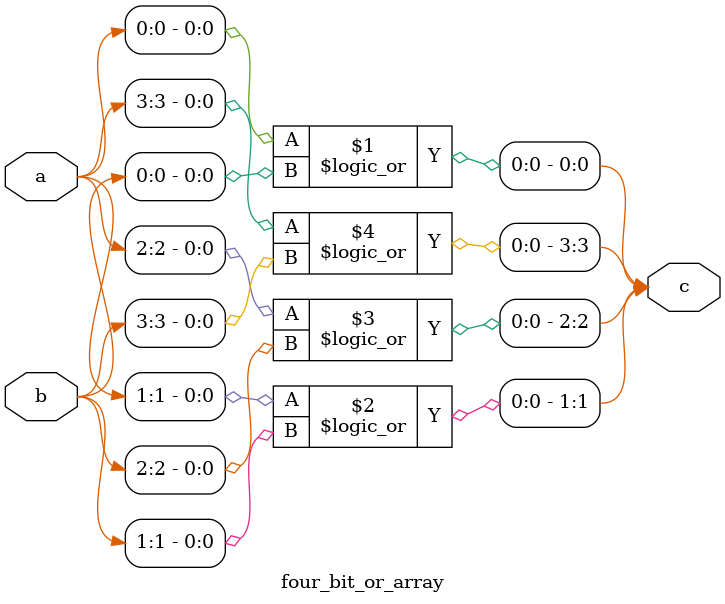
<source format=v>
module four_bit_or_array (a,b,c); 
input [3:0]a,b;
output [3:0] c; 

assign c[0] = a[0] || b[0];  
assign c[1] = a[1] || b[1];  
assign c[2] = a[2] || b[2];  
assign c[3] = a[3] || b[3];  

endmodule

</source>
